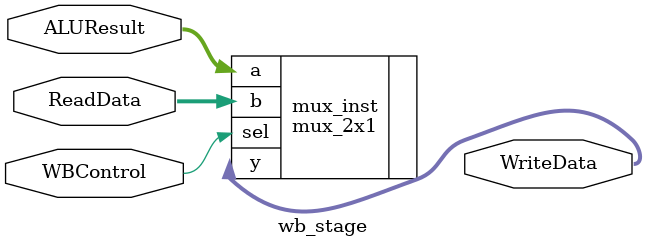
<source format=v>
`timescale 1ns / 1ps

module wb_stage (
    input wire WBControl,
    input wire [31:0]  ALUResult, ReadData,
    output wire [31:0] WriteData

);

    wire [31:0] mux_out;

    mux_2x1 mux_inst (
        .a(ALUResult),
        .b(ReadData),
        .sel(WBControl),
        .y(WriteData)
    );

endmodule

</source>
